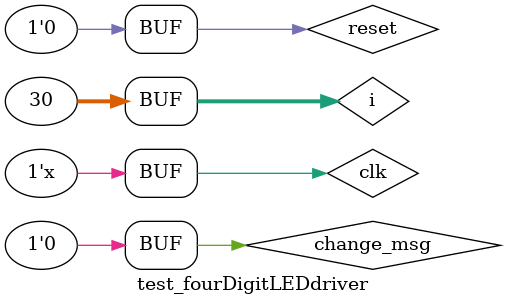
<source format=v>
`timescale 1ns / 1ps


module test_fourDigitLEDdriver;

	//Local statements
	integer i;

	// Inputs
	reg reset;
	reg clk;
	reg change_msg;

	// Outputs
	wire an3;
	wire an2;
	wire an1;
	wire an0;
	wire a;
	wire b;
	wire c;
	wire d;
	wire e;
	wire f;
	wire g;
	wire dp;

	// Instantiate the Unit Under Test (UUT)
	FourDigitLEDdriver top_level_instance (
		.reset(reset), 
		.clk(clk), 
		.change_msg(change_msg),
		.an3(an3), 
		.an2(an2), 
		.an1(an1), 
		.an0(an0), 
		.a(a), 
		.b(b), 
		.c(c), 
		.d(d), 
		.e(e), 
		.f(f), 
		.g(g), 
		.dp(dp)
	);

	initial begin
		// Initialize Inputs
		reset = 0;
		clk = 0;
		change_msg = 0;

		#20
		reset = 1;

		#20
        reset = 0;

        #20 
        reset = 1;

        #40 
        reset = 0;

        #20
        reset = 1;

        #50
        reset = 0;

        #4
        reset = 1;

        #2
        reset = 0;

        #1
        reset = 1;

        #7
        reset = 0;

        #30
        reset = 1;

        #60
        reset = 0;

        for(i = 0; i < 30; i = i + 1)
        begin
			#700
			change_msg = 1;

			#1
			change_msg = 0;

			#10
			change_msg = 1;

			#230
			change_msg = 0;

			#100
			change_msg = 1;

			#5 
			change_msg = 0;

			#50
			change_msg = 1;

			#10000
			change_msg = 0;
		end



	end
	
	always
	begin
		#10 clk = ~clk;
	end
      
endmodule


</source>
